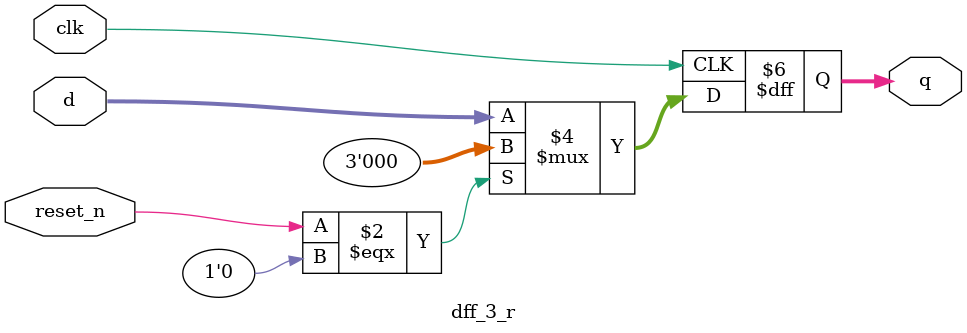
<source format=v>


module dff_3_r(clk, reset_n, d, q); // 2-bit register dff_2_r for control state

input clk, reset_n;
input [2:0] d;
output reg [2:0] q;

// this dff is 2bit capacity and under control of clk and reset_n

always @(posedge clk)
	begin
		if(reset_n ===1'b0)	q <= 3'b000;
		else						q <= d;
	end
endmodule

</source>
